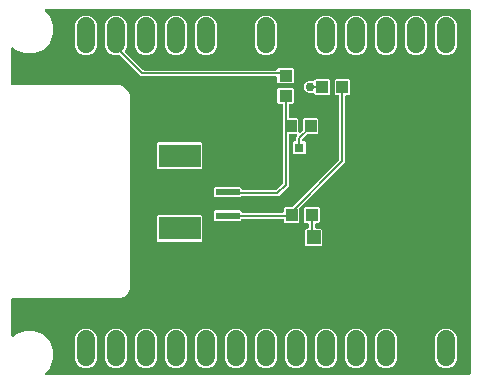
<source format=gbr>
G04 EAGLE Gerber RS-274X export*
G75*
%MOMM*%
%FSLAX34Y34*%
%LPD*%
%INTop Copper*%
%IPPOS*%
%AMOC8*
5,1,8,0,0,1.08239X$1,22.5*%
G01*
%ADD10R,2.030000X0.560000*%
%ADD11R,3.560000X1.980000*%
%ADD12C,1.524000*%
%ADD13R,1.100000X1.000000*%
%ADD14R,1.000000X1.100000*%
%ADD15R,1.200000X1.200000*%
%ADD16R,0.800000X0.800000*%
%ADD17C,0.200000*%
%ADD18C,0.756400*%

G36*
X397904Y10170D02*
X397904Y10170D01*
X397968Y10169D01*
X398043Y10190D01*
X398119Y10201D01*
X398178Y10227D01*
X398240Y10244D01*
X398306Y10285D01*
X398376Y10317D01*
X398425Y10359D01*
X398480Y10392D01*
X398532Y10450D01*
X398590Y10500D01*
X398626Y10554D01*
X398669Y10602D01*
X398702Y10671D01*
X398745Y10736D01*
X398764Y10798D01*
X398792Y10855D01*
X398803Y10925D01*
X398827Y11006D01*
X398828Y11091D01*
X398839Y11160D01*
X398839Y318840D01*
X398830Y318904D01*
X398831Y318968D01*
X398810Y319043D01*
X398799Y319119D01*
X398773Y319178D01*
X398756Y319240D01*
X398715Y319306D01*
X398683Y319376D01*
X398641Y319425D01*
X398608Y319480D01*
X398550Y319532D01*
X398500Y319590D01*
X398446Y319626D01*
X398398Y319669D01*
X398329Y319702D01*
X398264Y319745D01*
X398202Y319764D01*
X398145Y319792D01*
X398075Y319803D01*
X397994Y319827D01*
X397909Y319828D01*
X397840Y319839D01*
X39170Y319839D01*
X39138Y319835D01*
X39106Y319837D01*
X38999Y319815D01*
X38890Y319799D01*
X38861Y319786D01*
X38830Y319780D01*
X38733Y319728D01*
X38634Y319683D01*
X38609Y319662D01*
X38581Y319647D01*
X38502Y319571D01*
X38419Y319500D01*
X38402Y319473D01*
X38379Y319450D01*
X38325Y319355D01*
X38265Y319264D01*
X38255Y319233D01*
X38239Y319205D01*
X38214Y319098D01*
X38182Y318994D01*
X38182Y318962D01*
X38175Y318931D01*
X38180Y318821D01*
X38179Y318712D01*
X38187Y318681D01*
X38189Y318649D01*
X38225Y318546D01*
X38254Y318440D01*
X38271Y318413D01*
X38281Y318382D01*
X38335Y318309D01*
X38402Y318200D01*
X38438Y318168D01*
X38463Y318133D01*
X42645Y313951D01*
X45715Y306541D01*
X45715Y298521D01*
X42645Y291111D01*
X36974Y285440D01*
X29564Y282370D01*
X21544Y282370D01*
X14134Y285440D01*
X11867Y287707D01*
X11841Y287726D01*
X11820Y287751D01*
X11728Y287811D01*
X11641Y287876D01*
X11611Y287887D01*
X11584Y287905D01*
X11479Y287937D01*
X11377Y287976D01*
X11345Y287978D01*
X11314Y287988D01*
X11205Y287989D01*
X11096Y287997D01*
X11064Y287991D01*
X11032Y287991D01*
X10927Y287962D01*
X10820Y287940D01*
X10791Y287925D01*
X10760Y287916D01*
X10667Y287859D01*
X10571Y287807D01*
X10548Y287785D01*
X10520Y287768D01*
X10447Y287687D01*
X10369Y287611D01*
X10353Y287583D01*
X10331Y287559D01*
X10284Y287460D01*
X10230Y287365D01*
X10222Y287334D01*
X10208Y287305D01*
X10194Y287216D01*
X10165Y287091D01*
X10167Y287042D01*
X10161Y287000D01*
X10161Y256160D01*
X10170Y256096D01*
X10169Y256032D01*
X10190Y255957D01*
X10201Y255881D01*
X10227Y255822D01*
X10244Y255760D01*
X10285Y255694D01*
X10317Y255624D01*
X10359Y255575D01*
X10392Y255520D01*
X10450Y255468D01*
X10500Y255410D01*
X10554Y255374D01*
X10602Y255331D01*
X10671Y255298D01*
X10736Y255255D01*
X10798Y255236D01*
X10855Y255208D01*
X10925Y255197D01*
X11006Y255173D01*
X11091Y255172D01*
X11160Y255161D01*
X102021Y255161D01*
X105756Y253614D01*
X108614Y250756D01*
X110161Y247021D01*
X110161Y82979D01*
X108614Y79244D01*
X105756Y76386D01*
X102021Y74839D01*
X11160Y74839D01*
X11096Y74830D01*
X11032Y74831D01*
X10957Y74810D01*
X10881Y74799D01*
X10822Y74773D01*
X10760Y74756D01*
X10694Y74715D01*
X10624Y74683D01*
X10575Y74641D01*
X10520Y74608D01*
X10468Y74550D01*
X10410Y74500D01*
X10374Y74446D01*
X10331Y74398D01*
X10298Y74329D01*
X10255Y74264D01*
X10236Y74202D01*
X10208Y74145D01*
X10197Y74075D01*
X10173Y73994D01*
X10172Y73909D01*
X10161Y73840D01*
X10161Y43062D01*
X10165Y43030D01*
X10163Y42998D01*
X10185Y42891D01*
X10201Y42782D01*
X10214Y42753D01*
X10220Y42722D01*
X10272Y42625D01*
X10317Y42526D01*
X10338Y42501D01*
X10353Y42473D01*
X10429Y42394D01*
X10500Y42311D01*
X10527Y42294D01*
X10550Y42271D01*
X10645Y42217D01*
X10736Y42157D01*
X10767Y42147D01*
X10795Y42131D01*
X10901Y42106D01*
X11006Y42074D01*
X11038Y42074D01*
X11069Y42067D01*
X11179Y42072D01*
X11288Y42071D01*
X11319Y42079D01*
X11351Y42081D01*
X11454Y42117D01*
X11560Y42146D01*
X11587Y42163D01*
X11618Y42173D01*
X11691Y42227D01*
X11800Y42294D01*
X11832Y42330D01*
X11867Y42355D01*
X14134Y44622D01*
X21544Y47692D01*
X29564Y47692D01*
X36974Y44622D01*
X42645Y38951D01*
X45715Y31541D01*
X45715Y23521D01*
X42645Y16111D01*
X38401Y11867D01*
X38382Y11841D01*
X38357Y11820D01*
X38297Y11728D01*
X38232Y11641D01*
X38220Y11611D01*
X38203Y11584D01*
X38171Y11479D01*
X38132Y11377D01*
X38130Y11345D01*
X38120Y11314D01*
X38119Y11205D01*
X38111Y11096D01*
X38117Y11064D01*
X38117Y11032D01*
X38146Y10927D01*
X38168Y10820D01*
X38183Y10791D01*
X38192Y10760D01*
X38249Y10667D01*
X38301Y10571D01*
X38323Y10548D01*
X38340Y10520D01*
X38421Y10447D01*
X38497Y10369D01*
X38525Y10353D01*
X38549Y10331D01*
X38648Y10284D01*
X38743Y10230D01*
X38774Y10222D01*
X38803Y10208D01*
X38892Y10194D01*
X39017Y10165D01*
X39066Y10167D01*
X39108Y10161D01*
X397840Y10161D01*
X397904Y10170D01*
G37*
%LPC*%
G36*
X236212Y256882D02*
X236212Y256882D01*
X235319Y257776D01*
X235319Y261783D01*
X235309Y261847D01*
X235310Y261911D01*
X235290Y261986D01*
X235279Y262062D01*
X235252Y262121D01*
X235235Y262183D01*
X235194Y262249D01*
X235163Y262319D01*
X235121Y262368D01*
X235087Y262423D01*
X235029Y262475D01*
X234979Y262534D01*
X234925Y262569D01*
X234878Y262612D01*
X234808Y262646D01*
X234743Y262688D01*
X234682Y262707D01*
X234624Y262735D01*
X234554Y262746D01*
X234473Y262770D01*
X234389Y262772D01*
X234319Y262782D01*
X119570Y262782D01*
X101687Y280665D01*
X101680Y280671D01*
X101674Y280678D01*
X101603Y280729D01*
X101539Y280787D01*
X101498Y280807D01*
X101462Y280834D01*
X101453Y280838D01*
X101445Y280843D01*
X101363Y280872D01*
X101285Y280910D01*
X101244Y280916D01*
X101198Y280934D01*
X101188Y280934D01*
X101179Y280938D01*
X101065Y280944D01*
X100981Y280957D01*
X100980Y280957D01*
X100949Y280953D01*
X100917Y280956D01*
X100907Y280954D01*
X100898Y280954D01*
X100823Y280936D01*
X100809Y280933D01*
X100701Y280918D01*
X100672Y280904D01*
X100641Y280898D01*
X100619Y280887D01*
X100598Y280882D01*
X100318Y280765D01*
X96680Y280765D01*
X93319Y282157D01*
X90746Y284730D01*
X89354Y288091D01*
X89354Y306969D01*
X90746Y310330D01*
X93319Y312903D01*
X96680Y314295D01*
X100318Y314295D01*
X103679Y312903D01*
X106251Y310330D01*
X107643Y306969D01*
X107643Y288091D01*
X106251Y284730D01*
X106214Y284693D01*
X106175Y284641D01*
X106129Y284596D01*
X106091Y284529D01*
X106045Y284467D01*
X106022Y284407D01*
X105990Y284351D01*
X105972Y284276D01*
X105945Y284203D01*
X105940Y284139D01*
X105925Y284077D01*
X105929Y283999D01*
X105923Y283922D01*
X105936Y283859D01*
X105940Y283795D01*
X105965Y283722D01*
X105981Y283646D01*
X106011Y283589D01*
X106032Y283528D01*
X106073Y283472D01*
X106113Y283397D01*
X106168Y283341D01*
X106184Y283316D01*
X106195Y283305D01*
X106214Y283279D01*
X121369Y268125D01*
X121446Y268067D01*
X121517Y268002D01*
X121558Y267983D01*
X121594Y267955D01*
X121684Y267921D01*
X121771Y267879D01*
X121813Y267873D01*
X121858Y267856D01*
X121986Y267846D01*
X122075Y267832D01*
X234319Y267832D01*
X234383Y267841D01*
X234447Y267840D01*
X234522Y267861D01*
X234599Y267872D01*
X234657Y267898D01*
X234719Y267915D01*
X234785Y267956D01*
X234855Y267988D01*
X234904Y268030D01*
X234959Y268063D01*
X235011Y268121D01*
X235070Y268171D01*
X235105Y268225D01*
X235148Y268273D01*
X235182Y268342D01*
X235224Y268407D01*
X235243Y268469D01*
X235271Y268527D01*
X235282Y268596D01*
X235307Y268677D01*
X235308Y268762D01*
X235319Y268831D01*
X235319Y269039D01*
X236212Y269932D01*
X248475Y269932D01*
X249368Y269039D01*
X249368Y257776D01*
X248475Y256882D01*
X236212Y256882D01*
G37*
%LPD*%
%LPC*%
G36*
X182365Y160712D02*
X182365Y160712D01*
X181472Y161606D01*
X181472Y168469D01*
X182365Y169362D01*
X203928Y169362D01*
X204821Y168469D01*
X204821Y167775D01*
X204831Y167712D01*
X204830Y167647D01*
X204850Y167573D01*
X204861Y167496D01*
X204888Y167437D01*
X204905Y167375D01*
X204946Y167309D01*
X204977Y167239D01*
X205019Y167190D01*
X205053Y167135D01*
X205111Y167084D01*
X205161Y167025D01*
X205215Y166989D01*
X205262Y166946D01*
X205332Y166913D01*
X205397Y166870D01*
X205458Y166851D01*
X205516Y166823D01*
X205586Y166813D01*
X205667Y166788D01*
X205751Y166787D01*
X205821Y166776D01*
X233915Y166776D01*
X234010Y166789D01*
X234106Y166794D01*
X234149Y166809D01*
X234194Y166816D01*
X234282Y166855D01*
X234373Y166887D01*
X234407Y166912D01*
X234451Y166932D01*
X234549Y167015D01*
X234622Y167069D01*
X239526Y171973D01*
X239583Y172050D01*
X239648Y172121D01*
X239668Y172162D01*
X239695Y172198D01*
X239729Y172288D01*
X239771Y172375D01*
X239778Y172417D01*
X239795Y172462D01*
X239805Y172590D01*
X239819Y172679D01*
X239819Y238883D01*
X239809Y238947D01*
X239810Y239011D01*
X239790Y239086D01*
X239779Y239162D01*
X239752Y239221D01*
X239735Y239283D01*
X239694Y239349D01*
X239663Y239419D01*
X239621Y239468D01*
X239587Y239523D01*
X239529Y239575D01*
X239479Y239634D01*
X239425Y239669D01*
X239378Y239712D01*
X239308Y239746D01*
X239243Y239788D01*
X239182Y239807D01*
X239124Y239835D01*
X239054Y239846D01*
X238973Y239870D01*
X238889Y239872D01*
X238819Y239882D01*
X236212Y239882D01*
X235319Y240776D01*
X235319Y252039D01*
X236212Y252932D01*
X248475Y252932D01*
X249368Y252039D01*
X249368Y240776D01*
X248475Y239882D01*
X245867Y239882D01*
X245804Y239873D01*
X245739Y239874D01*
X245665Y239854D01*
X245588Y239843D01*
X245530Y239816D01*
X245468Y239799D01*
X245402Y239758D01*
X245331Y239726D01*
X245282Y239685D01*
X245228Y239651D01*
X245176Y239593D01*
X245117Y239543D01*
X245082Y239489D01*
X245039Y239442D01*
X245005Y239372D01*
X244962Y239307D01*
X244944Y239246D01*
X244916Y239188D01*
X244905Y239118D01*
X244880Y239037D01*
X244879Y238953D01*
X244868Y238883D01*
X244868Y228936D01*
X244876Y228877D01*
X244876Y228869D01*
X244877Y228866D01*
X244876Y228808D01*
X244897Y228733D01*
X244908Y228656D01*
X244934Y228598D01*
X244951Y228536D01*
X244992Y228470D01*
X245024Y228399D01*
X245066Y228351D01*
X245100Y228296D01*
X245157Y228244D01*
X245207Y228185D01*
X245261Y228150D01*
X245309Y228107D01*
X245379Y228073D01*
X245443Y228031D01*
X245505Y228012D01*
X245563Y227984D01*
X245632Y227973D01*
X245713Y227948D01*
X245798Y227947D01*
X245867Y227936D01*
X252170Y227936D01*
X253063Y227043D01*
X253063Y215807D01*
X253067Y215775D01*
X253065Y215743D01*
X253087Y215636D01*
X253103Y215528D01*
X253116Y215499D01*
X253122Y215467D01*
X253174Y215371D01*
X253219Y215271D01*
X253240Y215247D01*
X253255Y215218D01*
X253331Y215140D01*
X253402Y215057D01*
X253429Y215039D01*
X253452Y215016D01*
X253547Y214962D01*
X253638Y214902D01*
X253669Y214893D01*
X253697Y214877D01*
X253803Y214852D01*
X253908Y214820D01*
X253940Y214820D01*
X253971Y214812D01*
X254081Y214818D01*
X254190Y214816D01*
X254221Y214825D01*
X254253Y214827D01*
X254356Y214862D01*
X254462Y214891D01*
X254489Y214908D01*
X254520Y214919D01*
X254593Y214972D01*
X254702Y215040D01*
X254734Y215076D01*
X254769Y215101D01*
X256721Y217053D01*
X256778Y217130D01*
X256843Y217201D01*
X256863Y217242D01*
X256890Y217278D01*
X256924Y217368D01*
X256966Y217455D01*
X256972Y217497D01*
X256989Y217542D01*
X256999Y217670D01*
X257013Y217759D01*
X257013Y227043D01*
X257906Y227936D01*
X269170Y227936D01*
X270063Y227043D01*
X270063Y214780D01*
X269170Y213887D01*
X261110Y213887D01*
X261015Y213873D01*
X260918Y213868D01*
X260875Y213853D01*
X260830Y213847D01*
X260743Y213807D01*
X260652Y213776D01*
X260618Y213751D01*
X260573Y213731D01*
X260476Y213647D01*
X260403Y213594D01*
X256531Y209722D01*
X256503Y209685D01*
X256487Y209671D01*
X256461Y209632D01*
X256409Y209574D01*
X256389Y209533D01*
X256361Y209496D01*
X256347Y209457D01*
X256332Y209435D01*
X256317Y209384D01*
X256286Y209320D01*
X256279Y209278D01*
X256262Y209232D01*
X256259Y209195D01*
X256250Y209166D01*
X256249Y209085D01*
X256238Y209015D01*
X256238Y208805D01*
X256247Y208742D01*
X256246Y208677D01*
X256267Y208603D01*
X256278Y208526D01*
X256304Y208468D01*
X256322Y208406D01*
X256362Y208340D01*
X256394Y208269D01*
X256436Y208220D01*
X256470Y208166D01*
X256527Y208114D01*
X256578Y208055D01*
X256631Y208020D01*
X256679Y207977D01*
X256749Y207943D01*
X256813Y207900D01*
X256875Y207882D01*
X256933Y207854D01*
X257002Y207843D01*
X257083Y207818D01*
X257168Y207817D01*
X257237Y207806D01*
X258345Y207806D01*
X259238Y206913D01*
X259238Y197650D01*
X258345Y196757D01*
X249082Y196757D01*
X248189Y197650D01*
X248189Y206913D01*
X249082Y207806D01*
X250189Y207806D01*
X250253Y207815D01*
X250317Y207814D01*
X250392Y207835D01*
X250469Y207846D01*
X250527Y207872D01*
X250589Y207889D01*
X250655Y207930D01*
X250726Y207962D01*
X250774Y208004D01*
X250829Y208038D01*
X250881Y208095D01*
X250940Y208145D01*
X250975Y208199D01*
X251018Y208247D01*
X251052Y208316D01*
X251094Y208381D01*
X251113Y208443D01*
X251141Y208501D01*
X251152Y208570D01*
X251177Y208651D01*
X251178Y208736D01*
X251189Y208805D01*
X251189Y211521D01*
X251849Y212181D01*
X251868Y212207D01*
X251893Y212228D01*
X251953Y212319D01*
X252018Y212407D01*
X252029Y212437D01*
X252047Y212464D01*
X252079Y212568D01*
X252118Y212670D01*
X252120Y212703D01*
X252130Y212733D01*
X252131Y212843D01*
X252139Y212952D01*
X252133Y212983D01*
X252133Y213015D01*
X252104Y213121D01*
X252082Y213228D01*
X252067Y213256D01*
X252058Y213287D01*
X252001Y213380D01*
X251949Y213477D01*
X251927Y213500D01*
X251910Y213527D01*
X251829Y213600D01*
X251753Y213679D01*
X251724Y213695D01*
X251701Y213716D01*
X251603Y213764D01*
X251507Y213818D01*
X251476Y213825D01*
X251447Y213839D01*
X251357Y213853D01*
X251233Y213883D01*
X251184Y213880D01*
X251142Y213887D01*
X245867Y213887D01*
X245804Y213878D01*
X245739Y213879D01*
X245665Y213858D01*
X245588Y213847D01*
X245530Y213821D01*
X245468Y213803D01*
X245402Y213763D01*
X245331Y213731D01*
X245282Y213689D01*
X245228Y213655D01*
X245176Y213598D01*
X245117Y213547D01*
X245082Y213494D01*
X245039Y213446D01*
X245005Y213376D01*
X244962Y213311D01*
X244944Y213250D01*
X244916Y213192D01*
X244905Y213123D01*
X244880Y213042D01*
X244879Y212957D01*
X244868Y212888D01*
X244868Y170174D01*
X236421Y161726D01*
X205356Y161726D01*
X205261Y161713D01*
X205165Y161708D01*
X205122Y161693D01*
X205077Y161687D01*
X204989Y161647D01*
X204899Y161615D01*
X204864Y161590D01*
X204820Y161570D01*
X204723Y161487D01*
X204650Y161434D01*
X203928Y160712D01*
X182365Y160712D01*
G37*
%LPD*%
%LPC*%
G36*
X241792Y138366D02*
X241792Y138366D01*
X240899Y139259D01*
X240899Y141513D01*
X240890Y141577D01*
X240891Y141641D01*
X240870Y141716D01*
X240859Y141792D01*
X240833Y141851D01*
X240816Y141913D01*
X240775Y141979D01*
X240743Y142049D01*
X240701Y142098D01*
X240668Y142153D01*
X240610Y142205D01*
X240560Y142264D01*
X240506Y142299D01*
X240458Y142342D01*
X240389Y142376D01*
X240324Y142418D01*
X240262Y142437D01*
X240204Y142465D01*
X240135Y142476D01*
X240054Y142500D01*
X239969Y142502D01*
X239900Y142512D01*
X205821Y142512D01*
X205757Y142503D01*
X205693Y142504D01*
X205618Y142484D01*
X205541Y142473D01*
X205483Y142446D01*
X205421Y142429D01*
X205355Y142388D01*
X205285Y142356D01*
X205236Y142315D01*
X205181Y142281D01*
X205129Y142223D01*
X205070Y142173D01*
X205035Y142119D01*
X204992Y142072D01*
X204958Y142002D01*
X204916Y141937D01*
X204897Y141876D01*
X204869Y141818D01*
X204858Y141748D01*
X204833Y141667D01*
X204833Y141617D01*
X203928Y140712D01*
X182365Y140712D01*
X181472Y141606D01*
X181472Y148469D01*
X182365Y149362D01*
X203928Y149362D01*
X204830Y148460D01*
X204830Y148433D01*
X204850Y148359D01*
X204861Y148282D01*
X204888Y148223D01*
X204905Y148161D01*
X204946Y148095D01*
X204977Y148025D01*
X205019Y147976D01*
X205053Y147921D01*
X205111Y147870D01*
X205161Y147811D01*
X205215Y147775D01*
X205262Y147732D01*
X205332Y147699D01*
X205397Y147656D01*
X205458Y147637D01*
X205516Y147609D01*
X205586Y147599D01*
X205667Y147574D01*
X205751Y147573D01*
X205821Y147562D01*
X239900Y147562D01*
X239963Y147571D01*
X240028Y147570D01*
X240102Y147591D01*
X240179Y147602D01*
X240237Y147628D01*
X240300Y147645D01*
X240366Y147686D01*
X240436Y147718D01*
X240485Y147760D01*
X240539Y147793D01*
X240591Y147851D01*
X240650Y147901D01*
X240685Y147955D01*
X240729Y148003D01*
X240762Y148072D01*
X240805Y148137D01*
X240824Y148199D01*
X240852Y148257D01*
X240862Y148326D01*
X240887Y148407D01*
X240888Y148492D01*
X240899Y148561D01*
X240899Y151522D01*
X241792Y152415D01*
X247452Y152415D01*
X247547Y152429D01*
X247644Y152433D01*
X247687Y152448D01*
X247732Y152455D01*
X247819Y152494D01*
X247910Y152526D01*
X247944Y152551D01*
X247989Y152571D01*
X248086Y152654D01*
X248159Y152708D01*
X287199Y191748D01*
X287256Y191823D01*
X287319Y191893D01*
X287340Y191935D01*
X287368Y191973D01*
X287402Y192061D01*
X287443Y192146D01*
X287450Y192190D01*
X287468Y192237D01*
X287478Y192362D01*
X287492Y192450D01*
X287705Y245770D01*
X287696Y245836D01*
X287697Y245902D01*
X287677Y245975D01*
X287667Y246049D01*
X287640Y246110D01*
X287622Y246174D01*
X287582Y246238D01*
X287552Y246307D01*
X287509Y246357D01*
X287474Y246414D01*
X287418Y246464D01*
X287369Y246522D01*
X287314Y246558D01*
X287265Y246603D01*
X287197Y246636D01*
X287134Y246677D01*
X287070Y246697D01*
X287011Y246726D01*
X286943Y246736D01*
X286864Y246761D01*
X286777Y246762D01*
X286706Y246773D01*
X284631Y246773D01*
X283738Y247666D01*
X283738Y259930D01*
X284631Y260823D01*
X295894Y260823D01*
X296787Y259930D01*
X296787Y247666D01*
X295894Y246773D01*
X293754Y246773D01*
X293692Y246765D01*
X293630Y246766D01*
X293554Y246745D01*
X293475Y246734D01*
X293418Y246708D01*
X293358Y246692D01*
X293290Y246650D01*
X293218Y246617D01*
X293171Y246577D01*
X293118Y246544D01*
X293064Y246485D01*
X293004Y246434D01*
X292970Y246382D01*
X292928Y246336D01*
X292893Y246265D01*
X292849Y246198D01*
X292831Y246138D01*
X292804Y246082D01*
X292792Y246012D01*
X292767Y245928D01*
X292766Y245846D01*
X292755Y245778D01*
X292535Y190985D01*
X292536Y190983D01*
X292535Y190981D01*
X292535Y189937D01*
X291797Y189204D01*
X291795Y189202D01*
X291794Y189201D01*
X254241Y151649D01*
X254184Y151572D01*
X254119Y151501D01*
X254099Y151460D01*
X254072Y151423D01*
X254038Y151333D01*
X253996Y151247D01*
X253990Y151205D01*
X253972Y151159D01*
X253963Y151032D01*
X253949Y150942D01*
X253949Y139259D01*
X253055Y138366D01*
X241792Y138366D01*
G37*
%LPD*%
%LPC*%
G36*
X134055Y184212D02*
X134055Y184212D01*
X133162Y185106D01*
X133162Y206169D01*
X134055Y207062D01*
X170918Y207062D01*
X171811Y206169D01*
X171811Y185106D01*
X170918Y184212D01*
X134055Y184212D01*
G37*
%LPD*%
%LPC*%
G36*
X134055Y123012D02*
X134055Y123012D01*
X133162Y123906D01*
X133162Y144969D01*
X134055Y145862D01*
X170918Y145862D01*
X171811Y144969D01*
X171811Y123906D01*
X170918Y123012D01*
X134055Y123012D01*
G37*
%LPD*%
%LPC*%
G36*
X350680Y280765D02*
X350680Y280765D01*
X347319Y282157D01*
X344746Y284730D01*
X343354Y288091D01*
X343354Y306969D01*
X344746Y310330D01*
X347319Y312903D01*
X350680Y314295D01*
X354318Y314295D01*
X357679Y312903D01*
X360251Y310330D01*
X361643Y306969D01*
X361643Y288091D01*
X360251Y284730D01*
X357679Y282157D01*
X354318Y280765D01*
X350680Y280765D01*
G37*
%LPD*%
%LPC*%
G36*
X147480Y280765D02*
X147480Y280765D01*
X144119Y282157D01*
X141546Y284730D01*
X140154Y288091D01*
X140154Y306969D01*
X141546Y310330D01*
X144119Y312903D01*
X147480Y314295D01*
X151118Y314295D01*
X154479Y312903D01*
X157051Y310330D01*
X158443Y306969D01*
X158443Y288091D01*
X157051Y284730D01*
X154479Y282157D01*
X151118Y280765D01*
X147480Y280765D01*
G37*
%LPD*%
%LPC*%
G36*
X122080Y280765D02*
X122080Y280765D01*
X118719Y282157D01*
X116146Y284730D01*
X114754Y288091D01*
X114754Y306969D01*
X116146Y310330D01*
X118719Y312903D01*
X122080Y314295D01*
X125718Y314295D01*
X129079Y312903D01*
X131651Y310330D01*
X133043Y306969D01*
X133043Y288091D01*
X131651Y284730D01*
X129079Y282157D01*
X125718Y280765D01*
X122080Y280765D01*
G37*
%LPD*%
%LPC*%
G36*
X325280Y280765D02*
X325280Y280765D01*
X321919Y282157D01*
X319346Y284730D01*
X317954Y288091D01*
X317954Y306969D01*
X319346Y310330D01*
X321919Y312903D01*
X325280Y314295D01*
X328918Y314295D01*
X332279Y312903D01*
X334851Y310330D01*
X336243Y306969D01*
X336243Y288091D01*
X334851Y284730D01*
X332279Y282157D01*
X328918Y280765D01*
X325280Y280765D01*
G37*
%LPD*%
%LPC*%
G36*
X299880Y280765D02*
X299880Y280765D01*
X296519Y282157D01*
X293946Y284730D01*
X292554Y288091D01*
X292554Y306969D01*
X293946Y310330D01*
X296519Y312903D01*
X299880Y314295D01*
X303518Y314295D01*
X306879Y312903D01*
X309451Y310330D01*
X310843Y306969D01*
X310843Y288091D01*
X309451Y284730D01*
X306879Y282157D01*
X303518Y280765D01*
X299880Y280765D01*
G37*
%LPD*%
%LPC*%
G36*
X223680Y280765D02*
X223680Y280765D01*
X220319Y282157D01*
X217746Y284730D01*
X216354Y288091D01*
X216354Y306969D01*
X217746Y310330D01*
X220319Y312903D01*
X223680Y314295D01*
X227318Y314295D01*
X230679Y312903D01*
X233251Y310330D01*
X234643Y306969D01*
X234643Y288091D01*
X233251Y284730D01*
X230679Y282157D01*
X227318Y280765D01*
X223680Y280765D01*
G37*
%LPD*%
%LPC*%
G36*
X274480Y280765D02*
X274480Y280765D01*
X271119Y282157D01*
X268546Y284730D01*
X267154Y288091D01*
X267154Y306969D01*
X268546Y310330D01*
X271119Y312903D01*
X274480Y314295D01*
X278118Y314295D01*
X281479Y312903D01*
X284051Y310330D01*
X285443Y306969D01*
X285443Y288091D01*
X284051Y284730D01*
X281479Y282157D01*
X278118Y280765D01*
X274480Y280765D01*
G37*
%LPD*%
%LPC*%
G36*
X376080Y280765D02*
X376080Y280765D01*
X372719Y282157D01*
X370146Y284730D01*
X368754Y288091D01*
X368754Y306969D01*
X370146Y310330D01*
X372719Y312903D01*
X376080Y314295D01*
X379718Y314295D01*
X383079Y312903D01*
X385651Y310330D01*
X387043Y306969D01*
X387043Y288091D01*
X385651Y284730D01*
X383079Y282157D01*
X379718Y280765D01*
X376080Y280765D01*
G37*
%LPD*%
%LPC*%
G36*
X71280Y280765D02*
X71280Y280765D01*
X67919Y282157D01*
X65346Y284730D01*
X63954Y288091D01*
X63954Y306969D01*
X65346Y310330D01*
X67919Y312903D01*
X71280Y314295D01*
X74918Y314295D01*
X78279Y312903D01*
X80851Y310330D01*
X82243Y306969D01*
X82243Y288091D01*
X80851Y284730D01*
X78279Y282157D01*
X74918Y280765D01*
X71280Y280765D01*
G37*
%LPD*%
%LPC*%
G36*
X172880Y280765D02*
X172880Y280765D01*
X169519Y282157D01*
X166946Y284730D01*
X165554Y288091D01*
X165554Y306969D01*
X166946Y310330D01*
X169519Y312903D01*
X172880Y314295D01*
X176518Y314295D01*
X179879Y312903D01*
X182451Y310330D01*
X183843Y306969D01*
X183843Y288091D01*
X182451Y284730D01*
X179879Y282157D01*
X176518Y280765D01*
X172880Y280765D01*
G37*
%LPD*%
%LPC*%
G36*
X274480Y15765D02*
X274480Y15765D01*
X271119Y17157D01*
X268546Y19730D01*
X267154Y23091D01*
X267154Y41969D01*
X268546Y45330D01*
X271119Y47902D01*
X274480Y49295D01*
X278118Y49295D01*
X281479Y47902D01*
X284051Y45330D01*
X285443Y41969D01*
X285443Y23091D01*
X284051Y19730D01*
X281479Y17157D01*
X278118Y15765D01*
X274480Y15765D01*
G37*
%LPD*%
%LPC*%
G36*
X249080Y15765D02*
X249080Y15765D01*
X245719Y17157D01*
X243146Y19730D01*
X241754Y23091D01*
X241754Y41969D01*
X243146Y45330D01*
X245719Y47902D01*
X249080Y49295D01*
X252718Y49295D01*
X256079Y47902D01*
X258651Y45330D01*
X260043Y41969D01*
X260043Y23091D01*
X258651Y19730D01*
X256079Y17157D01*
X252718Y15765D01*
X249080Y15765D01*
G37*
%LPD*%
%LPC*%
G36*
X376080Y15765D02*
X376080Y15765D01*
X372719Y17157D01*
X370146Y19730D01*
X368754Y23091D01*
X368754Y41969D01*
X370146Y45330D01*
X372719Y47902D01*
X376080Y49295D01*
X379718Y49295D01*
X383079Y47902D01*
X385651Y45330D01*
X387043Y41969D01*
X387043Y23091D01*
X385651Y19730D01*
X383079Y17157D01*
X379718Y15765D01*
X376080Y15765D01*
G37*
%LPD*%
%LPC*%
G36*
X325280Y15765D02*
X325280Y15765D01*
X321919Y17157D01*
X319346Y19730D01*
X317954Y23091D01*
X317954Y41969D01*
X319346Y45330D01*
X321919Y47902D01*
X325280Y49295D01*
X328918Y49295D01*
X332279Y47902D01*
X334851Y45330D01*
X336243Y41969D01*
X336243Y23091D01*
X334851Y19730D01*
X332279Y17157D01*
X328918Y15765D01*
X325280Y15765D01*
G37*
%LPD*%
%LPC*%
G36*
X299880Y15765D02*
X299880Y15765D01*
X296519Y17157D01*
X293946Y19730D01*
X292554Y23091D01*
X292554Y41969D01*
X293946Y45330D01*
X296519Y47902D01*
X299880Y49295D01*
X303518Y49295D01*
X306879Y47902D01*
X309451Y45330D01*
X310843Y41969D01*
X310843Y23091D01*
X309451Y19730D01*
X306879Y17157D01*
X303518Y15765D01*
X299880Y15765D01*
G37*
%LPD*%
%LPC*%
G36*
X223680Y15765D02*
X223680Y15765D01*
X220319Y17157D01*
X217746Y19730D01*
X216354Y23091D01*
X216354Y41969D01*
X217746Y45330D01*
X220319Y47902D01*
X223680Y49295D01*
X227318Y49295D01*
X230679Y47902D01*
X233251Y45330D01*
X234643Y41969D01*
X234643Y23091D01*
X233251Y19730D01*
X230679Y17157D01*
X227318Y15765D01*
X223680Y15765D01*
G37*
%LPD*%
%LPC*%
G36*
X198280Y15765D02*
X198280Y15765D01*
X194919Y17157D01*
X192346Y19730D01*
X190954Y23091D01*
X190954Y41969D01*
X192346Y45330D01*
X194919Y47902D01*
X198280Y49295D01*
X201918Y49295D01*
X205279Y47902D01*
X207851Y45330D01*
X209243Y41969D01*
X209243Y23091D01*
X207851Y19730D01*
X205279Y17157D01*
X201918Y15765D01*
X198280Y15765D01*
G37*
%LPD*%
%LPC*%
G36*
X172880Y15765D02*
X172880Y15765D01*
X169519Y17157D01*
X166946Y19730D01*
X165554Y23091D01*
X165554Y41969D01*
X166946Y45330D01*
X169519Y47902D01*
X172880Y49295D01*
X176518Y49295D01*
X179879Y47902D01*
X182451Y45330D01*
X183843Y41969D01*
X183843Y23091D01*
X182451Y19730D01*
X179879Y17157D01*
X176518Y15765D01*
X172880Y15765D01*
G37*
%LPD*%
%LPC*%
G36*
X147480Y15765D02*
X147480Y15765D01*
X144119Y17157D01*
X141546Y19730D01*
X140154Y23091D01*
X140154Y41969D01*
X141546Y45330D01*
X144119Y47902D01*
X147480Y49295D01*
X151118Y49295D01*
X154479Y47902D01*
X157051Y45330D01*
X158443Y41969D01*
X158443Y23091D01*
X157051Y19730D01*
X154479Y17157D01*
X151118Y15765D01*
X147480Y15765D01*
G37*
%LPD*%
%LPC*%
G36*
X122080Y15765D02*
X122080Y15765D01*
X118719Y17157D01*
X116146Y19730D01*
X114754Y23091D01*
X114754Y41969D01*
X116146Y45330D01*
X118719Y47902D01*
X122080Y49295D01*
X125718Y49295D01*
X129079Y47902D01*
X131651Y45330D01*
X133043Y41969D01*
X133043Y23091D01*
X131651Y19730D01*
X129079Y17157D01*
X125718Y15765D01*
X122080Y15765D01*
G37*
%LPD*%
%LPC*%
G36*
X96680Y15765D02*
X96680Y15765D01*
X93319Y17157D01*
X90746Y19730D01*
X89354Y23091D01*
X89354Y41969D01*
X90746Y45330D01*
X93319Y47902D01*
X96680Y49295D01*
X100318Y49295D01*
X103679Y47902D01*
X106251Y45330D01*
X107643Y41969D01*
X107643Y23091D01*
X106251Y19730D01*
X103679Y17157D01*
X100318Y15765D01*
X96680Y15765D01*
G37*
%LPD*%
%LPC*%
G36*
X71280Y15765D02*
X71280Y15765D01*
X67919Y17157D01*
X65346Y19730D01*
X63954Y23091D01*
X63954Y41969D01*
X65346Y45330D01*
X67919Y47902D01*
X71280Y49295D01*
X74918Y49295D01*
X78279Y47902D01*
X80851Y45330D01*
X82243Y41969D01*
X82243Y23091D01*
X80851Y19730D01*
X78279Y17157D01*
X74918Y15765D01*
X71280Y15765D01*
G37*
%LPD*%
%LPC*%
G36*
X259274Y118963D02*
X259274Y118963D01*
X258381Y119857D01*
X258381Y133120D01*
X259274Y134013D01*
X260900Y134013D01*
X260963Y134022D01*
X261028Y134021D01*
X261102Y134042D01*
X261179Y134053D01*
X261237Y134079D01*
X261300Y134096D01*
X261366Y134137D01*
X261436Y134169D01*
X261485Y134211D01*
X261539Y134244D01*
X261591Y134302D01*
X261650Y134352D01*
X261685Y134406D01*
X261729Y134454D01*
X261762Y134523D01*
X261805Y134588D01*
X261824Y134650D01*
X261852Y134708D01*
X261862Y134777D01*
X261887Y134858D01*
X261888Y134943D01*
X261899Y135012D01*
X261899Y137366D01*
X261890Y137430D01*
X261891Y137494D01*
X261870Y137569D01*
X261859Y137646D01*
X261833Y137704D01*
X261816Y137766D01*
X261775Y137832D01*
X261743Y137902D01*
X261701Y137951D01*
X261668Y138006D01*
X261610Y138058D01*
X261560Y138117D01*
X261506Y138152D01*
X261458Y138195D01*
X261389Y138229D01*
X261324Y138271D01*
X261262Y138290D01*
X261204Y138318D01*
X261135Y138329D01*
X261054Y138354D01*
X260969Y138355D01*
X260900Y138366D01*
X258792Y138366D01*
X257899Y139259D01*
X257899Y151522D01*
X258792Y152415D01*
X270055Y152415D01*
X270949Y151522D01*
X270949Y139259D01*
X270055Y138366D01*
X267948Y138366D01*
X267884Y138356D01*
X267820Y138357D01*
X267745Y138337D01*
X267669Y138326D01*
X267610Y138299D01*
X267548Y138282D01*
X267482Y138241D01*
X267412Y138210D01*
X267363Y138168D01*
X267308Y138134D01*
X267256Y138076D01*
X267197Y138026D01*
X267162Y137972D01*
X267119Y137925D01*
X267085Y137855D01*
X267043Y137790D01*
X267024Y137729D01*
X266996Y137671D01*
X266985Y137601D01*
X266961Y137520D01*
X266959Y137436D01*
X266949Y137366D01*
X266949Y135012D01*
X266957Y134953D01*
X266957Y134939D01*
X266957Y134937D01*
X266957Y134884D01*
X266977Y134810D01*
X266988Y134733D01*
X267015Y134674D01*
X267032Y134612D01*
X267073Y134546D01*
X267105Y134476D01*
X267146Y134427D01*
X267180Y134372D01*
X267238Y134321D01*
X267288Y134262D01*
X267342Y134226D01*
X267389Y134183D01*
X267459Y134150D01*
X267524Y134107D01*
X267585Y134088D01*
X267643Y134060D01*
X267713Y134050D01*
X267794Y134025D01*
X267878Y134024D01*
X267948Y134013D01*
X272538Y134013D01*
X273431Y133120D01*
X273431Y119857D01*
X272538Y118963D01*
X259274Y118963D01*
G37*
%LPD*%
%LPC*%
G36*
X267631Y246773D02*
X267631Y246773D01*
X266738Y247666D01*
X266738Y248017D01*
X266729Y248078D01*
X266729Y248110D01*
X266720Y248144D01*
X266709Y248253D01*
X266701Y248274D01*
X266698Y248296D01*
X266649Y248404D01*
X266605Y248515D01*
X266591Y248533D01*
X266582Y248553D01*
X266505Y248643D01*
X266431Y248737D01*
X266413Y248750D01*
X266398Y248768D01*
X266299Y248833D01*
X266203Y248902D01*
X266181Y248910D01*
X266162Y248922D01*
X266049Y248957D01*
X265937Y248997D01*
X265914Y248998D01*
X265892Y249005D01*
X265774Y249006D01*
X265656Y249013D01*
X265634Y249008D01*
X265610Y249008D01*
X265431Y248959D01*
X265356Y248940D01*
X264361Y248528D01*
X262250Y248528D01*
X260300Y249336D01*
X258807Y250829D01*
X257999Y252780D01*
X257999Y254891D01*
X258807Y256841D01*
X260300Y258334D01*
X262250Y259142D01*
X264361Y259142D01*
X265356Y258730D01*
X265471Y258700D01*
X265584Y258666D01*
X265607Y258665D01*
X265629Y258660D01*
X265748Y258664D01*
X265866Y258662D01*
X265888Y258668D01*
X265911Y258669D01*
X266024Y258706D01*
X266138Y258737D01*
X266157Y258749D01*
X266179Y258756D01*
X266277Y258823D01*
X266378Y258885D01*
X266393Y258902D01*
X266412Y258915D01*
X266487Y259006D01*
X266567Y259095D01*
X266577Y259115D01*
X266591Y259133D01*
X266638Y259242D01*
X266690Y259348D01*
X266693Y259370D01*
X266703Y259392D01*
X266726Y259577D01*
X266738Y259653D01*
X266738Y259930D01*
X267631Y260823D01*
X278894Y260823D01*
X279787Y259930D01*
X279787Y247666D01*
X278894Y246773D01*
X267631Y246773D01*
G37*
%LPD*%
D10*
X193147Y145037D03*
X193147Y155037D03*
X193147Y165037D03*
X193147Y175037D03*
X193147Y185037D03*
D11*
X152487Y134437D03*
X152487Y195637D03*
D12*
X377899Y289910D02*
X377899Y305150D01*
X352499Y305150D02*
X352499Y289910D01*
X327099Y289910D02*
X327099Y305150D01*
X301699Y305150D02*
X301699Y289910D01*
X276299Y289910D02*
X276299Y305150D01*
X250899Y305150D02*
X250899Y289910D01*
X225499Y289910D02*
X225499Y305150D01*
X200099Y305150D02*
X200099Y289910D01*
X174699Y289910D02*
X174699Y305150D01*
X149299Y305150D02*
X149299Y289910D01*
X123899Y289910D02*
X123899Y305150D01*
X98499Y305150D02*
X98499Y289910D01*
X73099Y289910D02*
X73099Y305150D01*
X377899Y40150D02*
X377899Y24910D01*
X352499Y24910D02*
X352499Y40150D01*
X327099Y40150D02*
X327099Y24910D01*
X301699Y24910D02*
X301699Y40150D01*
X276299Y40150D02*
X276299Y24910D01*
X250899Y24910D02*
X250899Y40150D01*
X225499Y40150D02*
X225499Y24910D01*
X200099Y24910D02*
X200099Y40150D01*
X174699Y40150D02*
X174699Y24910D01*
X149299Y24910D02*
X149299Y40150D01*
X123899Y40150D02*
X123899Y24910D01*
X98499Y24910D02*
X98499Y40150D01*
X73099Y40150D02*
X73099Y24910D01*
D13*
X242343Y246407D03*
X242343Y263407D03*
D14*
X290262Y253798D03*
X273262Y253798D03*
X247424Y145390D03*
X264424Y145390D03*
D15*
X244906Y126488D03*
X265906Y126488D03*
D14*
X246538Y220912D03*
X263538Y220912D03*
D16*
X268713Y202281D03*
X253713Y202281D03*
D17*
X244059Y145037D02*
X193147Y145037D01*
X244059Y145037D02*
X247071Y145037D01*
X290011Y190989D02*
X290262Y253798D01*
X290011Y190989D02*
X244059Y145037D01*
X247071Y145037D02*
X247424Y145390D01*
X209894Y155037D02*
X193147Y155037D01*
X209894Y155037D02*
X209937Y154994D01*
D18*
X209937Y154994D03*
D17*
X193147Y155037D02*
X178163Y155037D01*
X177974Y154848D01*
D18*
X177974Y154848D03*
D17*
X193147Y175037D02*
X193147Y185037D01*
X193307Y185198D01*
X208316Y185198D01*
D18*
X208316Y185198D03*
D17*
X193147Y185037D02*
X192809Y185374D01*
X177573Y185374D01*
D18*
X177573Y185374D03*
D17*
X193147Y175037D02*
X193436Y175326D01*
X208479Y175326D02*
X208724Y175081D01*
D18*
X208724Y175081D03*
D17*
X208479Y175326D02*
X193436Y175326D01*
X193147Y175037D02*
X177179Y175037D01*
X177179Y174936D01*
D18*
X177179Y174936D03*
D17*
X239045Y126488D02*
X244906Y126488D01*
X239045Y126488D02*
X235128Y130406D01*
D18*
X235128Y130406D03*
D17*
X244906Y126488D02*
X236452Y118034D01*
X235759Y118034D01*
D18*
X235759Y118034D03*
D17*
X268713Y202281D02*
X271015Y202281D01*
X276398Y207665D01*
D18*
X276398Y207665D03*
D17*
X271177Y202281D02*
X268713Y202281D01*
X271177Y202281D02*
X276903Y196556D01*
D18*
X276903Y196556D03*
D17*
X193933Y164251D02*
X193147Y165037D01*
X193933Y164251D02*
X235375Y164251D01*
X242343Y171220D02*
X242343Y208548D01*
X242343Y216717D02*
X242343Y246407D01*
X242343Y171220D02*
X235375Y164251D01*
X242343Y208548D02*
X242343Y216717D01*
X246538Y220912D01*
X242343Y263407D02*
X240443Y265307D01*
X120616Y265307D01*
X98499Y287424D01*
X98499Y297530D01*
X263343Y253798D02*
X273262Y253798D01*
X263343Y253798D02*
X263306Y253835D01*
D18*
X263306Y253835D03*
D17*
X264424Y145390D02*
X264424Y127970D01*
X265906Y126488D01*
X263538Y220300D02*
X263538Y220912D01*
X253713Y210475D02*
X253713Y202281D01*
X253713Y210475D02*
X263538Y220300D01*
M02*

</source>
